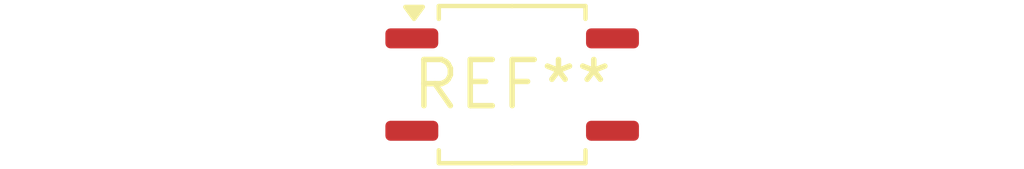
<source format=kicad_pcb>
(kicad_pcb (version 20240108) (generator pcbnew)
  (layers (0 "F.Cu" signal) (31 "B.Cu" signal) (34 "B.Paste" user) (35 "F.Paste" user) (36 "B.SilkS" user "B.Silkscreen") (37 "F.SilkS" user "F.Silkscreen") (38 "B.Mask" user) (39 "F.Mask" user) (44 "Edge.Cuts" user))
  (net 0 "")
  (footprint "SOP-4_3.8x4.1mm_P2.54mm" (layer "F.Cu") (at 0 0)
    (property "Reference" "REF**")
    (property "Value" "SOP-4_3.8x4.1mm_P2.54mm")
    (fp_line (start -2.01 -2.16) (end -2.01 -1.805) (layer "F.SilkS") (stroke (width 0.12)))
    (fp_line (start -2.01 2.16) (end -2.01 1.805) (layer "F.SilkS") (stroke (width 0.12)))
    (fp_line (start 0 -2.16) (end -2.01 -2.16) (layer "F.SilkS") (stroke (width 0.12)))
    (fp_line (start 0 -2.16) (end 2.01 -2.16) (layer "F.SilkS") (stroke (width 0.12)))
    (fp_line (start 0 2.16) (end -2.01 2.16) (layer "F.SilkS") (stroke (width 0.12)))
    (fp_line (start 0 2.16) (end 2.01 2.16) (layer "F.SilkS") (stroke (width 0.12)))
    (fp_line (start 2.01 -2.16) (end 2.01 -1.805) (layer "F.SilkS") (stroke (width 0.12)))
    (fp_line (start 2.01 2.16) (end 2.01 1.805) (layer "F.SilkS") (stroke (width 0.12)))
    (fp_poly (pts (xy -2.6875 -1.805) (xy -2.9275 -2.135) (xy -2.4475 -2.135) (xy -2.6875 -1.805)) (layer "F.SilkS") (stroke (width 0.12)) (fill solid))
    (pad "1" smd roundrect (at -2.75 -1.27) (size 1.45 0.55) (layers "F.Cu" "F.Paste" "F.Mask"))
    (pad "2" smd roundrect (at -2.75 1.27) (size 1.45 0.55) (layers "F.Cu" "F.Paste" "F.Mask"))
    (pad "3" smd roundrect (at 2.75 1.27) (size 1.45 0.55) (layers "F.Cu" "F.Paste" "F.Mask"))
    (pad "4" smd roundrect (at 2.75 -1.27) (size 1.45 0.55) (layers "F.Cu" "F.Paste" "F.Mask"))
  )
)
</source>
